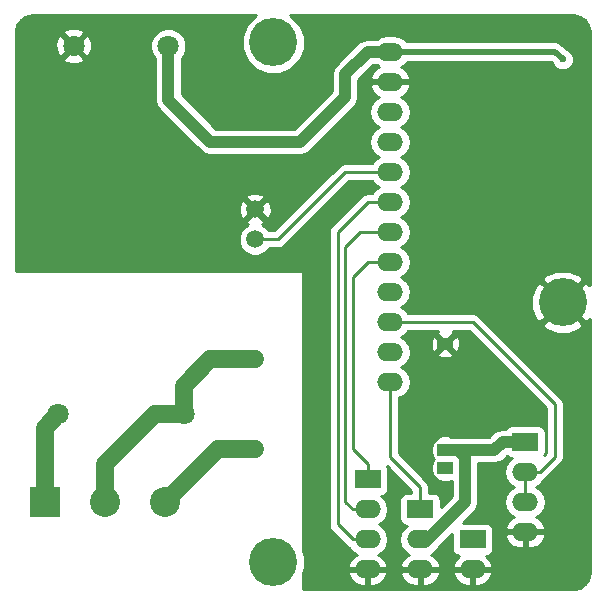
<source format=gbr>
G04 #@! TF.FileFunction,Copper,L2,Bot,Signal*
%FSLAX46Y46*%
G04 Gerber Fmt 4.6, Leading zero omitted, Abs format (unit mm)*
G04 Created by KiCad (PCBNEW 4.0.1-stable) date 8-3-2016 22:19:15*
%MOMM*%
G01*
G04 APERTURE LIST*
%ADD10C,0.100000*%
%ADD11C,1.800000*%
%ADD12C,4.064000*%
%ADD13R,2.540000X2.540000*%
%ADD14C,2.540000*%
%ADD15R,2.199640X1.524000*%
%ADD16O,2.199640X1.524000*%
%ADD17O,2.197100X1.524000*%
%ADD18C,1.500000*%
%ADD19R,1.400000X1.000000*%
%ADD20C,0.600000*%
%ADD21C,0.250000*%
%ADD22C,1.000000*%
%ADD23C,0.500000*%
%ADD24C,1.500000*%
%ADD25C,0.254000*%
G04 APERTURE END LIST*
D10*
D11*
X129300000Y-112000000D03*
X139900000Y-112000000D03*
X138600000Y-80800000D03*
X130600000Y-80800000D03*
D12*
X172000000Y-102500000D03*
X147500000Y-80500000D03*
X147500000Y-124500000D03*
D13*
X128175000Y-119410000D03*
D14*
X133255000Y-119410000D03*
X138335000Y-119410000D03*
D15*
X159925000Y-120045000D03*
D16*
X159925000Y-122585000D03*
X159925000Y-125125000D03*
D15*
X155480000Y-117505000D03*
D16*
X155480000Y-120045000D03*
X155480000Y-122585000D03*
X155480000Y-125125000D03*
D15*
X164370000Y-122585000D03*
D16*
X164370000Y-125125000D03*
D15*
X168815000Y-114330000D03*
D16*
X168815000Y-116870000D03*
X168815000Y-119410000D03*
X168815000Y-121950000D03*
X157385000Y-109250000D03*
D17*
X157385000Y-106710000D03*
X157385000Y-104170000D03*
X157385000Y-101630000D03*
X157385000Y-99090000D03*
X157385000Y-96550000D03*
X157385000Y-94010000D03*
X157385000Y-91470000D03*
X157385000Y-88930000D03*
X157385000Y-86390000D03*
X157385000Y-83850000D03*
X157385000Y-81310000D03*
D18*
X145955000Y-114965000D03*
X145955000Y-107345000D03*
X145955000Y-97185000D03*
X145955000Y-94645000D03*
D19*
X162065000Y-115020000D03*
X162065000Y-116520000D03*
X162065000Y-106020000D03*
D20*
X171990000Y-81945000D03*
D21*
X157385000Y-109250000D02*
X157385000Y-115600000D01*
X159925000Y-118140000D02*
X159925000Y-120045000D01*
X157385000Y-115600000D02*
X159925000Y-118140000D01*
X164370000Y-104170000D02*
X171355000Y-111155000D01*
X157385000Y-104170000D02*
X164370000Y-104170000D01*
X170085000Y-116870000D02*
X168815000Y-116870000D01*
X171355000Y-115600000D02*
X170085000Y-116870000D01*
X171355000Y-111155000D02*
X171355000Y-115600000D01*
X168815000Y-119410000D02*
X168815000Y-116870000D01*
X155480000Y-117505000D02*
X155480000Y-116235000D01*
X155480000Y-99090000D02*
X157385000Y-99090000D01*
X154210000Y-100360000D02*
X155480000Y-99090000D01*
X154210000Y-114965000D02*
X154210000Y-100360000D01*
X155480000Y-116235000D02*
X154210000Y-114965000D01*
X155480000Y-120045000D02*
X154210000Y-120045000D01*
X154845000Y-96550000D02*
X157385000Y-96550000D01*
X153575000Y-97820000D02*
X154845000Y-96550000D01*
X153575000Y-119410000D02*
X153575000Y-97820000D01*
X154210000Y-120045000D02*
X153575000Y-119410000D01*
X155480000Y-122585000D02*
X154210000Y-122585000D01*
X155480000Y-94010000D02*
X157385000Y-94010000D01*
X152940000Y-96550000D02*
X155480000Y-94010000D01*
X152940000Y-121315000D02*
X152940000Y-96550000D01*
X154210000Y-122585000D02*
X152940000Y-121315000D01*
X145955000Y-97185000D02*
X147860000Y-97185000D01*
X153575000Y-91470000D02*
X157385000Y-91470000D01*
X147860000Y-97185000D02*
X153575000Y-91470000D01*
D22*
X138600000Y-80800000D02*
X138600000Y-85385000D01*
X155480000Y-81310000D02*
X157385000Y-81310000D01*
X153575000Y-83215000D02*
X155480000Y-81310000D01*
X153575000Y-85120000D02*
X153575000Y-83215000D01*
X149765000Y-88930000D02*
X153575000Y-85120000D01*
X142145000Y-88930000D02*
X149765000Y-88930000D01*
X138600000Y-85385000D02*
X142145000Y-88930000D01*
D23*
X157385000Y-81310000D02*
X171355000Y-81310000D01*
X171355000Y-81310000D02*
X171990000Y-81945000D01*
D21*
X156750000Y-81310000D02*
X171355000Y-81310000D01*
X171355000Y-81310000D02*
X171990000Y-81945000D01*
D24*
X128175000Y-119410000D02*
X128175000Y-113125000D01*
X128175000Y-113125000D02*
X129300000Y-112000000D01*
X139900000Y-112000000D02*
X139900000Y-109590000D01*
X142145000Y-107345000D02*
X145955000Y-107345000D01*
X139900000Y-109590000D02*
X142145000Y-107345000D01*
X133255000Y-119410000D02*
X133255000Y-116235000D01*
X137490000Y-112000000D02*
X139900000Y-112000000D01*
X133255000Y-116235000D02*
X137490000Y-112000000D01*
X138335000Y-119410000D02*
X142780000Y-114965000D01*
X142780000Y-114965000D02*
X145955000Y-114965000D01*
D22*
X162065000Y-115020000D02*
X163155000Y-115020000D01*
X160560000Y-122585000D02*
X159925000Y-122585000D01*
X163735000Y-119410000D02*
X160560000Y-122585000D01*
X163735000Y-115600000D02*
X163735000Y-119410000D01*
X163155000Y-115020000D02*
X163735000Y-115600000D01*
X162065000Y-115020000D02*
X166220000Y-115020000D01*
X166910000Y-114330000D02*
X168815000Y-114330000D01*
X166220000Y-115020000D02*
X166910000Y-114330000D01*
D25*
G36*
X145991239Y-78237709D02*
X145240345Y-78987293D01*
X144833464Y-79967173D01*
X144832538Y-81028172D01*
X145237709Y-82008761D01*
X145987293Y-82759655D01*
X146967173Y-83166536D01*
X148028172Y-83167462D01*
X149008761Y-82762291D01*
X149759655Y-82012707D01*
X150166536Y-81032827D01*
X150167462Y-79971828D01*
X149762291Y-78991239D01*
X149012707Y-78240345D01*
X148939628Y-78210000D01*
X172930069Y-78210000D01*
X173488338Y-78321046D01*
X173902333Y-78597669D01*
X174178953Y-79011660D01*
X174290000Y-79569931D01*
X174290000Y-101049204D01*
X174272168Y-101006154D01*
X173898121Y-100781484D01*
X172179605Y-102500000D01*
X173898121Y-104218516D01*
X174272168Y-103993846D01*
X174290000Y-103949872D01*
X174290000Y-125430069D01*
X174178953Y-125988340D01*
X173902333Y-126402331D01*
X173488338Y-126678954D01*
X172930069Y-126790000D01*
X149992000Y-126790000D01*
X149992000Y-125468070D01*
X153787960Y-125468070D01*
X153802920Y-125542277D01*
X154064550Y-126023026D01*
X154490239Y-126367059D01*
X155015180Y-126522000D01*
X155353000Y-126522000D01*
X155353000Y-125252000D01*
X155607000Y-125252000D01*
X155607000Y-126522000D01*
X155944820Y-126522000D01*
X156469761Y-126367059D01*
X156895450Y-126023026D01*
X157157080Y-125542277D01*
X157172040Y-125468070D01*
X158232960Y-125468070D01*
X158247920Y-125542277D01*
X158509550Y-126023026D01*
X158935239Y-126367059D01*
X159460180Y-126522000D01*
X159798000Y-126522000D01*
X159798000Y-125252000D01*
X160052000Y-125252000D01*
X160052000Y-126522000D01*
X160389820Y-126522000D01*
X160914761Y-126367059D01*
X161340450Y-126023026D01*
X161602080Y-125542277D01*
X161617040Y-125468070D01*
X162677960Y-125468070D01*
X162692920Y-125542277D01*
X162954550Y-126023026D01*
X163380239Y-126367059D01*
X163905180Y-126522000D01*
X164243000Y-126522000D01*
X164243000Y-125252000D01*
X164497000Y-125252000D01*
X164497000Y-126522000D01*
X164834820Y-126522000D01*
X165359761Y-126367059D01*
X165785450Y-126023026D01*
X166047080Y-125542277D01*
X166062040Y-125468070D01*
X165939540Y-125252000D01*
X164497000Y-125252000D01*
X164243000Y-125252000D01*
X162800460Y-125252000D01*
X162677960Y-125468070D01*
X161617040Y-125468070D01*
X161494540Y-125252000D01*
X160052000Y-125252000D01*
X159798000Y-125252000D01*
X158355460Y-125252000D01*
X158232960Y-125468070D01*
X157172040Y-125468070D01*
X157049540Y-125252000D01*
X155607000Y-125252000D01*
X155353000Y-125252000D01*
X153910460Y-125252000D01*
X153787960Y-125468070D01*
X149992000Y-125468070D01*
X149992000Y-125453157D01*
X150166536Y-125032827D01*
X150167462Y-123971828D01*
X149992000Y-123547177D01*
X149992000Y-100000000D01*
X149981994Y-99950590D01*
X149953553Y-99908965D01*
X149911159Y-99881685D01*
X149865000Y-99873000D01*
X125710000Y-99873000D01*
X125710000Y-97459285D01*
X144569760Y-97459285D01*
X144780169Y-97968515D01*
X145169436Y-98358461D01*
X145678298Y-98569759D01*
X146229285Y-98570240D01*
X146738515Y-98359831D01*
X147128461Y-97970564D01*
X147139076Y-97945000D01*
X147860000Y-97945000D01*
X148150839Y-97887148D01*
X148397401Y-97722401D01*
X153889803Y-92230000D01*
X155874430Y-92230000D01*
X156026660Y-92457828D01*
X156448959Y-92740000D01*
X156026660Y-93022172D01*
X155874430Y-93250000D01*
X155480000Y-93250000D01*
X155237414Y-93298254D01*
X155189160Y-93307852D01*
X154942599Y-93472599D01*
X152402599Y-96012599D01*
X152237852Y-96259161D01*
X152180000Y-96550000D01*
X152180000Y-121315000D01*
X152237852Y-121605839D01*
X152402599Y-121852401D01*
X153672599Y-123122401D01*
X153919160Y-123287148D01*
X153931061Y-123289515D01*
X154120365Y-123572828D01*
X154555606Y-123863647D01*
X154490239Y-123882941D01*
X154064550Y-124226974D01*
X153802920Y-124707723D01*
X153787960Y-124781930D01*
X153910460Y-124998000D01*
X155353000Y-124998000D01*
X155353000Y-124978000D01*
X155607000Y-124978000D01*
X155607000Y-124998000D01*
X157049540Y-124998000D01*
X157172040Y-124781930D01*
X157157080Y-124707723D01*
X156895450Y-124226974D01*
X156469761Y-123882941D01*
X156404394Y-123863647D01*
X156839635Y-123572828D01*
X157142467Y-123119609D01*
X157248807Y-122585000D01*
X157142467Y-122050391D01*
X156839635Y-121597172D01*
X156417336Y-121315000D01*
X156839635Y-121032828D01*
X157142467Y-120579609D01*
X157248807Y-120045000D01*
X157142467Y-119510391D01*
X156839635Y-119057172D01*
X156615870Y-118907657D01*
X156815137Y-118870162D01*
X157031261Y-118731090D01*
X157176251Y-118518890D01*
X157227260Y-118267000D01*
X157227260Y-116743000D01*
X157182982Y-116507683D01*
X157119992Y-116409794D01*
X159165000Y-118454802D01*
X159165000Y-118635560D01*
X158825180Y-118635560D01*
X158589863Y-118679838D01*
X158373739Y-118818910D01*
X158228749Y-119031110D01*
X158177740Y-119283000D01*
X158177740Y-120807000D01*
X158222018Y-121042317D01*
X158361090Y-121258441D01*
X158573290Y-121403431D01*
X158789724Y-121447260D01*
X158565365Y-121597172D01*
X158262533Y-122050391D01*
X158156193Y-122585000D01*
X158262533Y-123119609D01*
X158565365Y-123572828D01*
X159000606Y-123863647D01*
X158935239Y-123882941D01*
X158509550Y-124226974D01*
X158247920Y-124707723D01*
X158232960Y-124781930D01*
X158355460Y-124998000D01*
X159798000Y-124998000D01*
X159798000Y-124978000D01*
X160052000Y-124978000D01*
X160052000Y-124998000D01*
X161494540Y-124998000D01*
X161617040Y-124781930D01*
X161602080Y-124707723D01*
X161340450Y-124226974D01*
X160914761Y-123882941D01*
X160849394Y-123863647D01*
X161284635Y-123572828D01*
X161500766Y-123249366D01*
X162622740Y-122127392D01*
X162622740Y-123347000D01*
X162667018Y-123582317D01*
X162806090Y-123798441D01*
X163018290Y-123943431D01*
X163247867Y-123989921D01*
X162954550Y-124226974D01*
X162692920Y-124707723D01*
X162677960Y-124781930D01*
X162800460Y-124998000D01*
X164243000Y-124998000D01*
X164243000Y-124978000D01*
X164497000Y-124978000D01*
X164497000Y-124998000D01*
X165939540Y-124998000D01*
X166062040Y-124781930D01*
X166047080Y-124707723D01*
X165785450Y-124226974D01*
X165492454Y-123990181D01*
X165705137Y-123950162D01*
X165921261Y-123811090D01*
X166066251Y-123598890D01*
X166117260Y-123347000D01*
X166117260Y-122293070D01*
X167122960Y-122293070D01*
X167137920Y-122367277D01*
X167399550Y-122848026D01*
X167825239Y-123192059D01*
X168350180Y-123347000D01*
X168688000Y-123347000D01*
X168688000Y-122077000D01*
X168942000Y-122077000D01*
X168942000Y-123347000D01*
X169279820Y-123347000D01*
X169804761Y-123192059D01*
X170230450Y-122848026D01*
X170492080Y-122367277D01*
X170507040Y-122293070D01*
X170384540Y-122077000D01*
X168942000Y-122077000D01*
X168688000Y-122077000D01*
X167245460Y-122077000D01*
X167122960Y-122293070D01*
X166117260Y-122293070D01*
X166117260Y-121823000D01*
X166072982Y-121587683D01*
X165933910Y-121371559D01*
X165721710Y-121226569D01*
X165469820Y-121175560D01*
X163574572Y-121175560D01*
X164537566Y-120212566D01*
X164649530Y-120045000D01*
X164783603Y-119844346D01*
X164870000Y-119410000D01*
X164870000Y-116155000D01*
X166220000Y-116155000D01*
X166654346Y-116068603D01*
X167022566Y-115822566D01*
X167281151Y-115563981D01*
X167463290Y-115688431D01*
X167679724Y-115732260D01*
X167455365Y-115882172D01*
X167152533Y-116335391D01*
X167046193Y-116870000D01*
X167152533Y-117404609D01*
X167455365Y-117857828D01*
X167877664Y-118140000D01*
X167455365Y-118422172D01*
X167152533Y-118875391D01*
X167046193Y-119410000D01*
X167152533Y-119944609D01*
X167455365Y-120397828D01*
X167890606Y-120688647D01*
X167825239Y-120707941D01*
X167399550Y-121051974D01*
X167137920Y-121532723D01*
X167122960Y-121606930D01*
X167245460Y-121823000D01*
X168688000Y-121823000D01*
X168688000Y-121803000D01*
X168942000Y-121803000D01*
X168942000Y-121823000D01*
X170384540Y-121823000D01*
X170507040Y-121606930D01*
X170492080Y-121532723D01*
X170230450Y-121051974D01*
X169804761Y-120707941D01*
X169739394Y-120688647D01*
X170174635Y-120397828D01*
X170477467Y-119944609D01*
X170583807Y-119410000D01*
X170477467Y-118875391D01*
X170174635Y-118422172D01*
X169752336Y-118140000D01*
X170174635Y-117857828D01*
X170363939Y-117574515D01*
X170375839Y-117572148D01*
X170622401Y-117407401D01*
X171892401Y-116137401D01*
X172057148Y-115890840D01*
X172115000Y-115600000D01*
X172115000Y-111155000D01*
X172057148Y-110864161D01*
X171892401Y-110617599D01*
X165672923Y-104398121D01*
X170281484Y-104398121D01*
X170506154Y-104772168D01*
X171489388Y-105170880D01*
X172550357Y-105162975D01*
X173493846Y-104772168D01*
X173718516Y-104398121D01*
X172000000Y-102679605D01*
X170281484Y-104398121D01*
X165672923Y-104398121D01*
X164907401Y-103632599D01*
X164660839Y-103467852D01*
X164370000Y-103410000D01*
X158895570Y-103410000D01*
X158743340Y-103182172D01*
X158321041Y-102900000D01*
X158743340Y-102617828D01*
X159046172Y-102164609D01*
X159081025Y-101989388D01*
X169329120Y-101989388D01*
X169337025Y-103050357D01*
X169727832Y-103993846D01*
X170101879Y-104218516D01*
X171820395Y-102500000D01*
X170101879Y-100781484D01*
X169727832Y-101006154D01*
X169329120Y-101989388D01*
X159081025Y-101989388D01*
X159152512Y-101630000D01*
X159046172Y-101095391D01*
X158743340Y-100642172D01*
X158683038Y-100601879D01*
X170281484Y-100601879D01*
X172000000Y-102320395D01*
X173718516Y-100601879D01*
X173493846Y-100227832D01*
X172510612Y-99829120D01*
X171449643Y-99837025D01*
X170506154Y-100227832D01*
X170281484Y-100601879D01*
X158683038Y-100601879D01*
X158321041Y-100360000D01*
X158743340Y-100077828D01*
X159046172Y-99624609D01*
X159152512Y-99090000D01*
X159046172Y-98555391D01*
X158743340Y-98102172D01*
X158321041Y-97820000D01*
X158743340Y-97537828D01*
X159046172Y-97084609D01*
X159152512Y-96550000D01*
X159046172Y-96015391D01*
X158743340Y-95562172D01*
X158321041Y-95280000D01*
X158743340Y-94997828D01*
X159046172Y-94544609D01*
X159152512Y-94010000D01*
X159046172Y-93475391D01*
X158743340Y-93022172D01*
X158321041Y-92740000D01*
X158743340Y-92457828D01*
X159046172Y-92004609D01*
X159152512Y-91470000D01*
X159046172Y-90935391D01*
X158743340Y-90482172D01*
X158321041Y-90200000D01*
X158743340Y-89917828D01*
X159046172Y-89464609D01*
X159152512Y-88930000D01*
X159046172Y-88395391D01*
X158743340Y-87942172D01*
X158321041Y-87660000D01*
X158743340Y-87377828D01*
X159046172Y-86924609D01*
X159152512Y-86390000D01*
X159046172Y-85855391D01*
X158743340Y-85402172D01*
X158308107Y-85111358D01*
X158373491Y-85092059D01*
X158799180Y-84748026D01*
X159060810Y-84267277D01*
X159075770Y-84193070D01*
X158953270Y-83977000D01*
X157512000Y-83977000D01*
X157512000Y-83997000D01*
X157258000Y-83997000D01*
X157258000Y-83977000D01*
X155816730Y-83977000D01*
X155694230Y-84193070D01*
X155709190Y-84267277D01*
X155970820Y-84748026D01*
X156396509Y-85092059D01*
X156461893Y-85111358D01*
X156026660Y-85402172D01*
X155723828Y-85855391D01*
X155617488Y-86390000D01*
X155723828Y-86924609D01*
X156026660Y-87377828D01*
X156448959Y-87660000D01*
X156026660Y-87942172D01*
X155723828Y-88395391D01*
X155617488Y-88930000D01*
X155723828Y-89464609D01*
X156026660Y-89917828D01*
X156448959Y-90200000D01*
X156026660Y-90482172D01*
X155874430Y-90710000D01*
X153575000Y-90710000D01*
X153284161Y-90767852D01*
X153037599Y-90932598D01*
X147545198Y-96425000D01*
X147139547Y-96425000D01*
X147129831Y-96401485D01*
X146740564Y-96011539D01*
X146524021Y-95921623D01*
X146678923Y-95857460D01*
X146746912Y-95616517D01*
X145955000Y-94824605D01*
X145163088Y-95616517D01*
X145231077Y-95857460D01*
X145397621Y-95916732D01*
X145171485Y-96010169D01*
X144781539Y-96399436D01*
X144570241Y-96908298D01*
X144569760Y-97459285D01*
X125710000Y-97459285D01*
X125710000Y-94440171D01*
X144557799Y-94440171D01*
X144585770Y-94990448D01*
X144742540Y-95368923D01*
X144983483Y-95436912D01*
X145775395Y-94645000D01*
X146134605Y-94645000D01*
X146926517Y-95436912D01*
X147167460Y-95368923D01*
X147352201Y-94849829D01*
X147324230Y-94299552D01*
X147167460Y-93921077D01*
X146926517Y-93853088D01*
X146134605Y-94645000D01*
X145775395Y-94645000D01*
X144983483Y-93853088D01*
X144742540Y-93921077D01*
X144557799Y-94440171D01*
X125710000Y-94440171D01*
X125710000Y-93673483D01*
X145163088Y-93673483D01*
X145955000Y-94465395D01*
X146746912Y-93673483D01*
X146678923Y-93432540D01*
X146159829Y-93247799D01*
X145609552Y-93275770D01*
X145231077Y-93432540D01*
X145163088Y-93673483D01*
X125710000Y-93673483D01*
X125710000Y-81880159D01*
X129699446Y-81880159D01*
X129785852Y-82136643D01*
X130359336Y-82346458D01*
X130969460Y-82320839D01*
X131414148Y-82136643D01*
X131500554Y-81880159D01*
X130600000Y-80979605D01*
X129699446Y-81880159D01*
X125710000Y-81880159D01*
X125710000Y-80559336D01*
X129053542Y-80559336D01*
X129079161Y-81169460D01*
X129263357Y-81614148D01*
X129519841Y-81700554D01*
X130420395Y-80800000D01*
X130779605Y-80800000D01*
X131680159Y-81700554D01*
X131936643Y-81614148D01*
X132123289Y-81103991D01*
X137064735Y-81103991D01*
X137297932Y-81668371D01*
X137465000Y-81835731D01*
X137465000Y-85385000D01*
X137551397Y-85819346D01*
X137784763Y-86168603D01*
X137797434Y-86187566D01*
X141342434Y-89732566D01*
X141710654Y-89978603D01*
X142145000Y-90065000D01*
X149765000Y-90065000D01*
X150199346Y-89978603D01*
X150567566Y-89732566D01*
X154377566Y-85922566D01*
X154623604Y-85554345D01*
X154710000Y-85120000D01*
X154710000Y-83685132D01*
X155950132Y-82445000D01*
X156246918Y-82445000D01*
X156461893Y-82588642D01*
X156396509Y-82607941D01*
X155970820Y-82951974D01*
X155709190Y-83432723D01*
X155694230Y-83506930D01*
X155816730Y-83723000D01*
X157258000Y-83723000D01*
X157258000Y-83703000D01*
X157512000Y-83703000D01*
X157512000Y-83723000D01*
X158953270Y-83723000D01*
X159075770Y-83506930D01*
X159060810Y-83432723D01*
X158799180Y-82951974D01*
X158373491Y-82607941D01*
X158308107Y-82588642D01*
X158743340Y-82297828D01*
X158812048Y-82195000D01*
X170988420Y-82195000D01*
X171147255Y-82353835D01*
X171196883Y-82473943D01*
X171459673Y-82737192D01*
X171803201Y-82879838D01*
X172175167Y-82880162D01*
X172518943Y-82738117D01*
X172782192Y-82475327D01*
X172924838Y-82131799D01*
X172925162Y-81759833D01*
X172783117Y-81416057D01*
X172520327Y-81152808D01*
X172399013Y-81102434D01*
X171980790Y-80684210D01*
X171693675Y-80492367D01*
X171637484Y-80481190D01*
X171355000Y-80424999D01*
X171354995Y-80425000D01*
X158812048Y-80425000D01*
X158743340Y-80322172D01*
X158290121Y-80019340D01*
X157755512Y-79913000D01*
X157014488Y-79913000D01*
X156479879Y-80019340D01*
X156246918Y-80175000D01*
X155480000Y-80175000D01*
X155045654Y-80261397D01*
X154889623Y-80365654D01*
X154677434Y-80507434D01*
X152772434Y-82412434D01*
X152526397Y-82780654D01*
X152440000Y-83215000D01*
X152440000Y-84649868D01*
X149294868Y-87795000D01*
X142615132Y-87795000D01*
X139735000Y-84914868D01*
X139735000Y-81835905D01*
X139900551Y-81670643D01*
X140134733Y-81106670D01*
X140135265Y-80496009D01*
X139902068Y-79931629D01*
X139470643Y-79499449D01*
X138906670Y-79265267D01*
X138296009Y-79264735D01*
X137731629Y-79497932D01*
X137299449Y-79929357D01*
X137065267Y-80493330D01*
X137064735Y-81103991D01*
X132123289Y-81103991D01*
X132146458Y-81040664D01*
X132120839Y-80430540D01*
X131936643Y-79985852D01*
X131680159Y-79899446D01*
X130779605Y-80800000D01*
X130420395Y-80800000D01*
X129519841Y-79899446D01*
X129263357Y-79985852D01*
X129053542Y-80559336D01*
X125710000Y-80559336D01*
X125710000Y-79719841D01*
X129699446Y-79719841D01*
X130600000Y-80620395D01*
X131500554Y-79719841D01*
X131414148Y-79463357D01*
X130840664Y-79253542D01*
X130230540Y-79279161D01*
X129785852Y-79463357D01*
X129699446Y-79719841D01*
X125710000Y-79719841D01*
X125710000Y-79569931D01*
X125821046Y-79011662D01*
X126097669Y-78597667D01*
X126511660Y-78321047D01*
X127069931Y-78210000D01*
X146058300Y-78210000D01*
X145991239Y-78237709D01*
X145991239Y-78237709D01*
G37*
X145991239Y-78237709D02*
X145240345Y-78987293D01*
X144833464Y-79967173D01*
X144832538Y-81028172D01*
X145237709Y-82008761D01*
X145987293Y-82759655D01*
X146967173Y-83166536D01*
X148028172Y-83167462D01*
X149008761Y-82762291D01*
X149759655Y-82012707D01*
X150166536Y-81032827D01*
X150167462Y-79971828D01*
X149762291Y-78991239D01*
X149012707Y-78240345D01*
X148939628Y-78210000D01*
X172930069Y-78210000D01*
X173488338Y-78321046D01*
X173902333Y-78597669D01*
X174178953Y-79011660D01*
X174290000Y-79569931D01*
X174290000Y-101049204D01*
X174272168Y-101006154D01*
X173898121Y-100781484D01*
X172179605Y-102500000D01*
X173898121Y-104218516D01*
X174272168Y-103993846D01*
X174290000Y-103949872D01*
X174290000Y-125430069D01*
X174178953Y-125988340D01*
X173902333Y-126402331D01*
X173488338Y-126678954D01*
X172930069Y-126790000D01*
X149992000Y-126790000D01*
X149992000Y-125468070D01*
X153787960Y-125468070D01*
X153802920Y-125542277D01*
X154064550Y-126023026D01*
X154490239Y-126367059D01*
X155015180Y-126522000D01*
X155353000Y-126522000D01*
X155353000Y-125252000D01*
X155607000Y-125252000D01*
X155607000Y-126522000D01*
X155944820Y-126522000D01*
X156469761Y-126367059D01*
X156895450Y-126023026D01*
X157157080Y-125542277D01*
X157172040Y-125468070D01*
X158232960Y-125468070D01*
X158247920Y-125542277D01*
X158509550Y-126023026D01*
X158935239Y-126367059D01*
X159460180Y-126522000D01*
X159798000Y-126522000D01*
X159798000Y-125252000D01*
X160052000Y-125252000D01*
X160052000Y-126522000D01*
X160389820Y-126522000D01*
X160914761Y-126367059D01*
X161340450Y-126023026D01*
X161602080Y-125542277D01*
X161617040Y-125468070D01*
X162677960Y-125468070D01*
X162692920Y-125542277D01*
X162954550Y-126023026D01*
X163380239Y-126367059D01*
X163905180Y-126522000D01*
X164243000Y-126522000D01*
X164243000Y-125252000D01*
X164497000Y-125252000D01*
X164497000Y-126522000D01*
X164834820Y-126522000D01*
X165359761Y-126367059D01*
X165785450Y-126023026D01*
X166047080Y-125542277D01*
X166062040Y-125468070D01*
X165939540Y-125252000D01*
X164497000Y-125252000D01*
X164243000Y-125252000D01*
X162800460Y-125252000D01*
X162677960Y-125468070D01*
X161617040Y-125468070D01*
X161494540Y-125252000D01*
X160052000Y-125252000D01*
X159798000Y-125252000D01*
X158355460Y-125252000D01*
X158232960Y-125468070D01*
X157172040Y-125468070D01*
X157049540Y-125252000D01*
X155607000Y-125252000D01*
X155353000Y-125252000D01*
X153910460Y-125252000D01*
X153787960Y-125468070D01*
X149992000Y-125468070D01*
X149992000Y-125453157D01*
X150166536Y-125032827D01*
X150167462Y-123971828D01*
X149992000Y-123547177D01*
X149992000Y-100000000D01*
X149981994Y-99950590D01*
X149953553Y-99908965D01*
X149911159Y-99881685D01*
X149865000Y-99873000D01*
X125710000Y-99873000D01*
X125710000Y-97459285D01*
X144569760Y-97459285D01*
X144780169Y-97968515D01*
X145169436Y-98358461D01*
X145678298Y-98569759D01*
X146229285Y-98570240D01*
X146738515Y-98359831D01*
X147128461Y-97970564D01*
X147139076Y-97945000D01*
X147860000Y-97945000D01*
X148150839Y-97887148D01*
X148397401Y-97722401D01*
X153889803Y-92230000D01*
X155874430Y-92230000D01*
X156026660Y-92457828D01*
X156448959Y-92740000D01*
X156026660Y-93022172D01*
X155874430Y-93250000D01*
X155480000Y-93250000D01*
X155237414Y-93298254D01*
X155189160Y-93307852D01*
X154942599Y-93472599D01*
X152402599Y-96012599D01*
X152237852Y-96259161D01*
X152180000Y-96550000D01*
X152180000Y-121315000D01*
X152237852Y-121605839D01*
X152402599Y-121852401D01*
X153672599Y-123122401D01*
X153919160Y-123287148D01*
X153931061Y-123289515D01*
X154120365Y-123572828D01*
X154555606Y-123863647D01*
X154490239Y-123882941D01*
X154064550Y-124226974D01*
X153802920Y-124707723D01*
X153787960Y-124781930D01*
X153910460Y-124998000D01*
X155353000Y-124998000D01*
X155353000Y-124978000D01*
X155607000Y-124978000D01*
X155607000Y-124998000D01*
X157049540Y-124998000D01*
X157172040Y-124781930D01*
X157157080Y-124707723D01*
X156895450Y-124226974D01*
X156469761Y-123882941D01*
X156404394Y-123863647D01*
X156839635Y-123572828D01*
X157142467Y-123119609D01*
X157248807Y-122585000D01*
X157142467Y-122050391D01*
X156839635Y-121597172D01*
X156417336Y-121315000D01*
X156839635Y-121032828D01*
X157142467Y-120579609D01*
X157248807Y-120045000D01*
X157142467Y-119510391D01*
X156839635Y-119057172D01*
X156615870Y-118907657D01*
X156815137Y-118870162D01*
X157031261Y-118731090D01*
X157176251Y-118518890D01*
X157227260Y-118267000D01*
X157227260Y-116743000D01*
X157182982Y-116507683D01*
X157119992Y-116409794D01*
X159165000Y-118454802D01*
X159165000Y-118635560D01*
X158825180Y-118635560D01*
X158589863Y-118679838D01*
X158373739Y-118818910D01*
X158228749Y-119031110D01*
X158177740Y-119283000D01*
X158177740Y-120807000D01*
X158222018Y-121042317D01*
X158361090Y-121258441D01*
X158573290Y-121403431D01*
X158789724Y-121447260D01*
X158565365Y-121597172D01*
X158262533Y-122050391D01*
X158156193Y-122585000D01*
X158262533Y-123119609D01*
X158565365Y-123572828D01*
X159000606Y-123863647D01*
X158935239Y-123882941D01*
X158509550Y-124226974D01*
X158247920Y-124707723D01*
X158232960Y-124781930D01*
X158355460Y-124998000D01*
X159798000Y-124998000D01*
X159798000Y-124978000D01*
X160052000Y-124978000D01*
X160052000Y-124998000D01*
X161494540Y-124998000D01*
X161617040Y-124781930D01*
X161602080Y-124707723D01*
X161340450Y-124226974D01*
X160914761Y-123882941D01*
X160849394Y-123863647D01*
X161284635Y-123572828D01*
X161500766Y-123249366D01*
X162622740Y-122127392D01*
X162622740Y-123347000D01*
X162667018Y-123582317D01*
X162806090Y-123798441D01*
X163018290Y-123943431D01*
X163247867Y-123989921D01*
X162954550Y-124226974D01*
X162692920Y-124707723D01*
X162677960Y-124781930D01*
X162800460Y-124998000D01*
X164243000Y-124998000D01*
X164243000Y-124978000D01*
X164497000Y-124978000D01*
X164497000Y-124998000D01*
X165939540Y-124998000D01*
X166062040Y-124781930D01*
X166047080Y-124707723D01*
X165785450Y-124226974D01*
X165492454Y-123990181D01*
X165705137Y-123950162D01*
X165921261Y-123811090D01*
X166066251Y-123598890D01*
X166117260Y-123347000D01*
X166117260Y-122293070D01*
X167122960Y-122293070D01*
X167137920Y-122367277D01*
X167399550Y-122848026D01*
X167825239Y-123192059D01*
X168350180Y-123347000D01*
X168688000Y-123347000D01*
X168688000Y-122077000D01*
X168942000Y-122077000D01*
X168942000Y-123347000D01*
X169279820Y-123347000D01*
X169804761Y-123192059D01*
X170230450Y-122848026D01*
X170492080Y-122367277D01*
X170507040Y-122293070D01*
X170384540Y-122077000D01*
X168942000Y-122077000D01*
X168688000Y-122077000D01*
X167245460Y-122077000D01*
X167122960Y-122293070D01*
X166117260Y-122293070D01*
X166117260Y-121823000D01*
X166072982Y-121587683D01*
X165933910Y-121371559D01*
X165721710Y-121226569D01*
X165469820Y-121175560D01*
X163574572Y-121175560D01*
X164537566Y-120212566D01*
X164649530Y-120045000D01*
X164783603Y-119844346D01*
X164870000Y-119410000D01*
X164870000Y-116155000D01*
X166220000Y-116155000D01*
X166654346Y-116068603D01*
X167022566Y-115822566D01*
X167281151Y-115563981D01*
X167463290Y-115688431D01*
X167679724Y-115732260D01*
X167455365Y-115882172D01*
X167152533Y-116335391D01*
X167046193Y-116870000D01*
X167152533Y-117404609D01*
X167455365Y-117857828D01*
X167877664Y-118140000D01*
X167455365Y-118422172D01*
X167152533Y-118875391D01*
X167046193Y-119410000D01*
X167152533Y-119944609D01*
X167455365Y-120397828D01*
X167890606Y-120688647D01*
X167825239Y-120707941D01*
X167399550Y-121051974D01*
X167137920Y-121532723D01*
X167122960Y-121606930D01*
X167245460Y-121823000D01*
X168688000Y-121823000D01*
X168688000Y-121803000D01*
X168942000Y-121803000D01*
X168942000Y-121823000D01*
X170384540Y-121823000D01*
X170507040Y-121606930D01*
X170492080Y-121532723D01*
X170230450Y-121051974D01*
X169804761Y-120707941D01*
X169739394Y-120688647D01*
X170174635Y-120397828D01*
X170477467Y-119944609D01*
X170583807Y-119410000D01*
X170477467Y-118875391D01*
X170174635Y-118422172D01*
X169752336Y-118140000D01*
X170174635Y-117857828D01*
X170363939Y-117574515D01*
X170375839Y-117572148D01*
X170622401Y-117407401D01*
X171892401Y-116137401D01*
X172057148Y-115890840D01*
X172115000Y-115600000D01*
X172115000Y-111155000D01*
X172057148Y-110864161D01*
X171892401Y-110617599D01*
X165672923Y-104398121D01*
X170281484Y-104398121D01*
X170506154Y-104772168D01*
X171489388Y-105170880D01*
X172550357Y-105162975D01*
X173493846Y-104772168D01*
X173718516Y-104398121D01*
X172000000Y-102679605D01*
X170281484Y-104398121D01*
X165672923Y-104398121D01*
X164907401Y-103632599D01*
X164660839Y-103467852D01*
X164370000Y-103410000D01*
X158895570Y-103410000D01*
X158743340Y-103182172D01*
X158321041Y-102900000D01*
X158743340Y-102617828D01*
X159046172Y-102164609D01*
X159081025Y-101989388D01*
X169329120Y-101989388D01*
X169337025Y-103050357D01*
X169727832Y-103993846D01*
X170101879Y-104218516D01*
X171820395Y-102500000D01*
X170101879Y-100781484D01*
X169727832Y-101006154D01*
X169329120Y-101989388D01*
X159081025Y-101989388D01*
X159152512Y-101630000D01*
X159046172Y-101095391D01*
X158743340Y-100642172D01*
X158683038Y-100601879D01*
X170281484Y-100601879D01*
X172000000Y-102320395D01*
X173718516Y-100601879D01*
X173493846Y-100227832D01*
X172510612Y-99829120D01*
X171449643Y-99837025D01*
X170506154Y-100227832D01*
X170281484Y-100601879D01*
X158683038Y-100601879D01*
X158321041Y-100360000D01*
X158743340Y-100077828D01*
X159046172Y-99624609D01*
X159152512Y-99090000D01*
X159046172Y-98555391D01*
X158743340Y-98102172D01*
X158321041Y-97820000D01*
X158743340Y-97537828D01*
X159046172Y-97084609D01*
X159152512Y-96550000D01*
X159046172Y-96015391D01*
X158743340Y-95562172D01*
X158321041Y-95280000D01*
X158743340Y-94997828D01*
X159046172Y-94544609D01*
X159152512Y-94010000D01*
X159046172Y-93475391D01*
X158743340Y-93022172D01*
X158321041Y-92740000D01*
X158743340Y-92457828D01*
X159046172Y-92004609D01*
X159152512Y-91470000D01*
X159046172Y-90935391D01*
X158743340Y-90482172D01*
X158321041Y-90200000D01*
X158743340Y-89917828D01*
X159046172Y-89464609D01*
X159152512Y-88930000D01*
X159046172Y-88395391D01*
X158743340Y-87942172D01*
X158321041Y-87660000D01*
X158743340Y-87377828D01*
X159046172Y-86924609D01*
X159152512Y-86390000D01*
X159046172Y-85855391D01*
X158743340Y-85402172D01*
X158308107Y-85111358D01*
X158373491Y-85092059D01*
X158799180Y-84748026D01*
X159060810Y-84267277D01*
X159075770Y-84193070D01*
X158953270Y-83977000D01*
X157512000Y-83977000D01*
X157512000Y-83997000D01*
X157258000Y-83997000D01*
X157258000Y-83977000D01*
X155816730Y-83977000D01*
X155694230Y-84193070D01*
X155709190Y-84267277D01*
X155970820Y-84748026D01*
X156396509Y-85092059D01*
X156461893Y-85111358D01*
X156026660Y-85402172D01*
X155723828Y-85855391D01*
X155617488Y-86390000D01*
X155723828Y-86924609D01*
X156026660Y-87377828D01*
X156448959Y-87660000D01*
X156026660Y-87942172D01*
X155723828Y-88395391D01*
X155617488Y-88930000D01*
X155723828Y-89464609D01*
X156026660Y-89917828D01*
X156448959Y-90200000D01*
X156026660Y-90482172D01*
X155874430Y-90710000D01*
X153575000Y-90710000D01*
X153284161Y-90767852D01*
X153037599Y-90932598D01*
X147545198Y-96425000D01*
X147139547Y-96425000D01*
X147129831Y-96401485D01*
X146740564Y-96011539D01*
X146524021Y-95921623D01*
X146678923Y-95857460D01*
X146746912Y-95616517D01*
X145955000Y-94824605D01*
X145163088Y-95616517D01*
X145231077Y-95857460D01*
X145397621Y-95916732D01*
X145171485Y-96010169D01*
X144781539Y-96399436D01*
X144570241Y-96908298D01*
X144569760Y-97459285D01*
X125710000Y-97459285D01*
X125710000Y-94440171D01*
X144557799Y-94440171D01*
X144585770Y-94990448D01*
X144742540Y-95368923D01*
X144983483Y-95436912D01*
X145775395Y-94645000D01*
X146134605Y-94645000D01*
X146926517Y-95436912D01*
X147167460Y-95368923D01*
X147352201Y-94849829D01*
X147324230Y-94299552D01*
X147167460Y-93921077D01*
X146926517Y-93853088D01*
X146134605Y-94645000D01*
X145775395Y-94645000D01*
X144983483Y-93853088D01*
X144742540Y-93921077D01*
X144557799Y-94440171D01*
X125710000Y-94440171D01*
X125710000Y-93673483D01*
X145163088Y-93673483D01*
X145955000Y-94465395D01*
X146746912Y-93673483D01*
X146678923Y-93432540D01*
X146159829Y-93247799D01*
X145609552Y-93275770D01*
X145231077Y-93432540D01*
X145163088Y-93673483D01*
X125710000Y-93673483D01*
X125710000Y-81880159D01*
X129699446Y-81880159D01*
X129785852Y-82136643D01*
X130359336Y-82346458D01*
X130969460Y-82320839D01*
X131414148Y-82136643D01*
X131500554Y-81880159D01*
X130600000Y-80979605D01*
X129699446Y-81880159D01*
X125710000Y-81880159D01*
X125710000Y-80559336D01*
X129053542Y-80559336D01*
X129079161Y-81169460D01*
X129263357Y-81614148D01*
X129519841Y-81700554D01*
X130420395Y-80800000D01*
X130779605Y-80800000D01*
X131680159Y-81700554D01*
X131936643Y-81614148D01*
X132123289Y-81103991D01*
X137064735Y-81103991D01*
X137297932Y-81668371D01*
X137465000Y-81835731D01*
X137465000Y-85385000D01*
X137551397Y-85819346D01*
X137784763Y-86168603D01*
X137797434Y-86187566D01*
X141342434Y-89732566D01*
X141710654Y-89978603D01*
X142145000Y-90065000D01*
X149765000Y-90065000D01*
X150199346Y-89978603D01*
X150567566Y-89732566D01*
X154377566Y-85922566D01*
X154623604Y-85554345D01*
X154710000Y-85120000D01*
X154710000Y-83685132D01*
X155950132Y-82445000D01*
X156246918Y-82445000D01*
X156461893Y-82588642D01*
X156396509Y-82607941D01*
X155970820Y-82951974D01*
X155709190Y-83432723D01*
X155694230Y-83506930D01*
X155816730Y-83723000D01*
X157258000Y-83723000D01*
X157258000Y-83703000D01*
X157512000Y-83703000D01*
X157512000Y-83723000D01*
X158953270Y-83723000D01*
X159075770Y-83506930D01*
X159060810Y-83432723D01*
X158799180Y-82951974D01*
X158373491Y-82607941D01*
X158308107Y-82588642D01*
X158743340Y-82297828D01*
X158812048Y-82195000D01*
X170988420Y-82195000D01*
X171147255Y-82353835D01*
X171196883Y-82473943D01*
X171459673Y-82737192D01*
X171803201Y-82879838D01*
X172175167Y-82880162D01*
X172518943Y-82738117D01*
X172782192Y-82475327D01*
X172924838Y-82131799D01*
X172925162Y-81759833D01*
X172783117Y-81416057D01*
X172520327Y-81152808D01*
X172399013Y-81102434D01*
X171980790Y-80684210D01*
X171693675Y-80492367D01*
X171637484Y-80481190D01*
X171355000Y-80424999D01*
X171354995Y-80425000D01*
X158812048Y-80425000D01*
X158743340Y-80322172D01*
X158290121Y-80019340D01*
X157755512Y-79913000D01*
X157014488Y-79913000D01*
X156479879Y-80019340D01*
X156246918Y-80175000D01*
X155480000Y-80175000D01*
X155045654Y-80261397D01*
X154889623Y-80365654D01*
X154677434Y-80507434D01*
X152772434Y-82412434D01*
X152526397Y-82780654D01*
X152440000Y-83215000D01*
X152440000Y-84649868D01*
X149294868Y-87795000D01*
X142615132Y-87795000D01*
X139735000Y-84914868D01*
X139735000Y-81835905D01*
X139900551Y-81670643D01*
X140134733Y-81106670D01*
X140135265Y-80496009D01*
X139902068Y-79931629D01*
X139470643Y-79499449D01*
X138906670Y-79265267D01*
X138296009Y-79264735D01*
X137731629Y-79497932D01*
X137299449Y-79929357D01*
X137065267Y-80493330D01*
X137064735Y-81103991D01*
X132123289Y-81103991D01*
X132146458Y-81040664D01*
X132120839Y-80430540D01*
X131936643Y-79985852D01*
X131680159Y-79899446D01*
X130779605Y-80800000D01*
X130420395Y-80800000D01*
X129519841Y-79899446D01*
X129263357Y-79985852D01*
X129053542Y-80559336D01*
X125710000Y-80559336D01*
X125710000Y-79719841D01*
X129699446Y-79719841D01*
X130600000Y-80620395D01*
X131500554Y-79719841D01*
X131414148Y-79463357D01*
X130840664Y-79253542D01*
X130230540Y-79279161D01*
X129785852Y-79463357D01*
X129699446Y-79719841D01*
X125710000Y-79719841D01*
X125710000Y-79569931D01*
X125821046Y-79011662D01*
X126097669Y-78597667D01*
X126511660Y-78321047D01*
X127069931Y-78210000D01*
X146058300Y-78210000D01*
X145991239Y-78237709D01*
G36*
X161431383Y-104931836D02*
X161381870Y-105157265D01*
X162065000Y-105840395D01*
X162748130Y-105157265D01*
X162698617Y-104931836D01*
X162693273Y-104930000D01*
X164055198Y-104930000D01*
X170595000Y-111469802D01*
X170595000Y-115285198D01*
X170457196Y-115423002D01*
X170511251Y-115343890D01*
X170562260Y-115092000D01*
X170562260Y-113568000D01*
X170517982Y-113332683D01*
X170378910Y-113116559D01*
X170166710Y-112971569D01*
X169914820Y-112920560D01*
X167715180Y-112920560D01*
X167479863Y-112964838D01*
X167263739Y-113103910D01*
X167201500Y-113195000D01*
X166910000Y-113195000D01*
X166484824Y-113279573D01*
X166475654Y-113281397D01*
X166107434Y-113527434D01*
X165749868Y-113885000D01*
X162552043Y-113885000D01*
X162311734Y-113785215D01*
X161820421Y-113784786D01*
X161366343Y-113972408D01*
X161018629Y-114319515D01*
X160830215Y-114773266D01*
X160829786Y-115264579D01*
X161017408Y-115718657D01*
X161068446Y-115769785D01*
X161018629Y-115819515D01*
X160830215Y-116273266D01*
X160829786Y-116764579D01*
X161017408Y-117218657D01*
X161364515Y-117566371D01*
X161818266Y-117754785D01*
X162309579Y-117755214D01*
X162600000Y-117635214D01*
X162600000Y-118939868D01*
X161672260Y-119867608D01*
X161672260Y-119283000D01*
X161627982Y-119047683D01*
X161488910Y-118831559D01*
X161276710Y-118686569D01*
X161024820Y-118635560D01*
X160685000Y-118635560D01*
X160685000Y-118140000D01*
X160627148Y-117849161D01*
X160627148Y-117849160D01*
X160462401Y-117602599D01*
X158145000Y-115285198D01*
X158145000Y-110569784D01*
X158291416Y-110540660D01*
X158744635Y-110237828D01*
X159047467Y-109784609D01*
X159153807Y-109250000D01*
X159047467Y-108715391D01*
X158744635Y-108262172D01*
X158321688Y-107979567D01*
X158743340Y-107697828D01*
X159046172Y-107244609D01*
X159118152Y-106882735D01*
X161381870Y-106882735D01*
X161431383Y-107108164D01*
X161896036Y-107267807D01*
X162386413Y-107237482D01*
X162698617Y-107108164D01*
X162748130Y-106882735D01*
X162065000Y-106199605D01*
X161381870Y-106882735D01*
X159118152Y-106882735D01*
X159152512Y-106710000D01*
X159046172Y-106175391D01*
X158829445Y-105851036D01*
X160817193Y-105851036D01*
X160847518Y-106341413D01*
X160976836Y-106653617D01*
X161202265Y-106703130D01*
X161885395Y-106020000D01*
X162244605Y-106020000D01*
X162927735Y-106703130D01*
X163153164Y-106653617D01*
X163312807Y-106188964D01*
X163282482Y-105698587D01*
X163153164Y-105386383D01*
X162927735Y-105336870D01*
X162244605Y-106020000D01*
X161885395Y-106020000D01*
X161202265Y-105336870D01*
X160976836Y-105386383D01*
X160817193Y-105851036D01*
X158829445Y-105851036D01*
X158743340Y-105722172D01*
X158321041Y-105440000D01*
X158743340Y-105157828D01*
X158895570Y-104930000D01*
X161435816Y-104930000D01*
X161431383Y-104931836D01*
X161431383Y-104931836D01*
G37*
X161431383Y-104931836D02*
X161381870Y-105157265D01*
X162065000Y-105840395D01*
X162748130Y-105157265D01*
X162698617Y-104931836D01*
X162693273Y-104930000D01*
X164055198Y-104930000D01*
X170595000Y-111469802D01*
X170595000Y-115285198D01*
X170457196Y-115423002D01*
X170511251Y-115343890D01*
X170562260Y-115092000D01*
X170562260Y-113568000D01*
X170517982Y-113332683D01*
X170378910Y-113116559D01*
X170166710Y-112971569D01*
X169914820Y-112920560D01*
X167715180Y-112920560D01*
X167479863Y-112964838D01*
X167263739Y-113103910D01*
X167201500Y-113195000D01*
X166910000Y-113195000D01*
X166484824Y-113279573D01*
X166475654Y-113281397D01*
X166107434Y-113527434D01*
X165749868Y-113885000D01*
X162552043Y-113885000D01*
X162311734Y-113785215D01*
X161820421Y-113784786D01*
X161366343Y-113972408D01*
X161018629Y-114319515D01*
X160830215Y-114773266D01*
X160829786Y-115264579D01*
X161017408Y-115718657D01*
X161068446Y-115769785D01*
X161018629Y-115819515D01*
X160830215Y-116273266D01*
X160829786Y-116764579D01*
X161017408Y-117218657D01*
X161364515Y-117566371D01*
X161818266Y-117754785D01*
X162309579Y-117755214D01*
X162600000Y-117635214D01*
X162600000Y-118939868D01*
X161672260Y-119867608D01*
X161672260Y-119283000D01*
X161627982Y-119047683D01*
X161488910Y-118831559D01*
X161276710Y-118686569D01*
X161024820Y-118635560D01*
X160685000Y-118635560D01*
X160685000Y-118140000D01*
X160627148Y-117849161D01*
X160627148Y-117849160D01*
X160462401Y-117602599D01*
X158145000Y-115285198D01*
X158145000Y-110569784D01*
X158291416Y-110540660D01*
X158744635Y-110237828D01*
X159047467Y-109784609D01*
X159153807Y-109250000D01*
X159047467Y-108715391D01*
X158744635Y-108262172D01*
X158321688Y-107979567D01*
X158743340Y-107697828D01*
X159046172Y-107244609D01*
X159118152Y-106882735D01*
X161381870Y-106882735D01*
X161431383Y-107108164D01*
X161896036Y-107267807D01*
X162386413Y-107237482D01*
X162698617Y-107108164D01*
X162748130Y-106882735D01*
X162065000Y-106199605D01*
X161381870Y-106882735D01*
X159118152Y-106882735D01*
X159152512Y-106710000D01*
X159046172Y-106175391D01*
X158829445Y-105851036D01*
X160817193Y-105851036D01*
X160847518Y-106341413D01*
X160976836Y-106653617D01*
X161202265Y-106703130D01*
X161885395Y-106020000D01*
X162244605Y-106020000D01*
X162927735Y-106703130D01*
X163153164Y-106653617D01*
X163312807Y-106188964D01*
X163282482Y-105698587D01*
X163153164Y-105386383D01*
X162927735Y-105336870D01*
X162244605Y-106020000D01*
X161885395Y-106020000D01*
X161202265Y-105336870D01*
X160976836Y-105386383D01*
X160817193Y-105851036D01*
X158829445Y-105851036D01*
X158743340Y-105722172D01*
X158321041Y-105440000D01*
X158743340Y-105157828D01*
X158895570Y-104930000D01*
X161435816Y-104930000D01*
X161431383Y-104931836D01*
M02*

</source>
